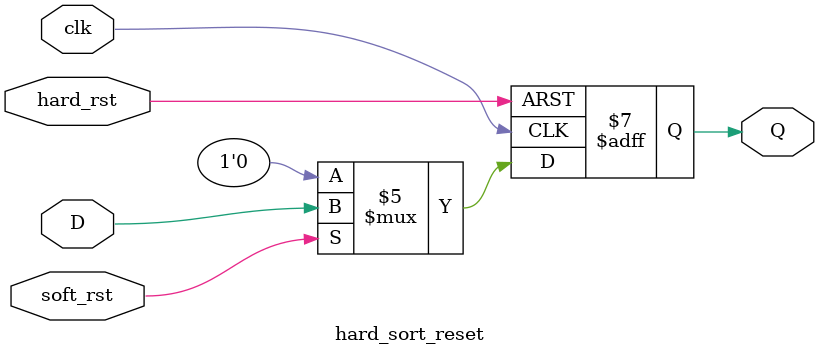
<source format=v>
module hard_sort_reset (
    input wire hard_rst, soft_rst, clk, D,
    output reg Q
);

always @(posedge clk or negedge hard_rst) begin
    if (!hard_rst) begin
        Q <= 0;
    end else if(!soft_rst) begin
        Q <= 0;
    end else
        Q <= D;
end

endmodule

/*module hard_sort_reset_tb();



endmodule*/
</source>
